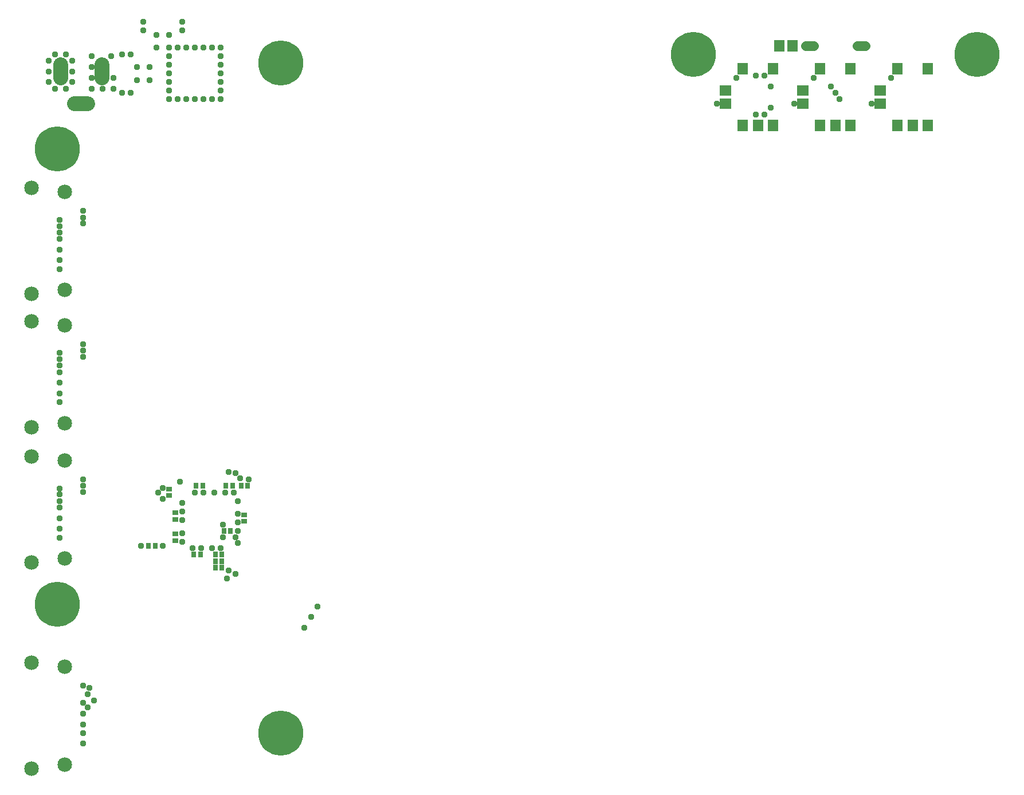
<source format=gbr>
G04 EAGLE Gerber RS-274X export*
G75*
%MOMM*%
%FSLAX34Y34*%
%LPD*%
%INSoldermask Bottom*%
%IPPOS*%
%AMOC8*
5,1,8,0,0,1.08239X$1,22.5*%
G01*
%ADD10R,0.803200X0.903200*%
%ADD11R,0.903200X0.803200*%
%ADD12C,2.203200*%
%ADD13C,2.153200*%
%ADD14R,1.703200X1.503200*%
%ADD15R,1.503200X1.703200*%
%ADD16C,1.422400*%
%ADD17R,1.603200X1.803200*%
%ADD18C,6.654800*%
%ADD19C,0.959600*%


D10*
X280750Y441325D03*
X290750Y441325D03*
D11*
X250825Y401875D03*
X250825Y391875D03*
X250825Y370125D03*
X250825Y360125D03*
D10*
X277575Y339725D03*
X287575Y339725D03*
X309325Y339725D03*
X319325Y339725D03*
X347425Y441325D03*
X357425Y441325D03*
D12*
X142125Y1044100D02*
X142125Y1064100D01*
X81125Y1064100D02*
X81125Y1044100D01*
X101125Y1006100D02*
X121125Y1006100D01*
D13*
X87150Y875775D03*
X87150Y730775D03*
X38150Y724775D03*
X38150Y881775D03*
X87150Y678925D03*
X87150Y533925D03*
X38150Y527925D03*
X38150Y684925D03*
X87150Y478900D03*
X87150Y333900D03*
X38150Y327900D03*
X38150Y484900D03*
X87150Y174100D03*
X87150Y29100D03*
X38150Y23100D03*
X38150Y180100D03*
D10*
X210900Y352425D03*
X220900Y352425D03*
D14*
X1292225Y1025500D03*
X1292225Y1006500D03*
D11*
X241300Y426800D03*
X241300Y436800D03*
D10*
X332025Y374650D03*
X322025Y374650D03*
X325200Y441325D03*
X335200Y441325D03*
X319325Y320675D03*
X309325Y320675D03*
X319325Y330200D03*
X309325Y330200D03*
D15*
X1143025Y1092200D03*
X1162025Y1092200D03*
D14*
X1063625Y1025500D03*
X1063625Y1006500D03*
X1177925Y1025500D03*
X1177925Y1006500D03*
D16*
X1181354Y1092200D02*
X1193546Y1092200D01*
X1257554Y1092200D02*
X1269746Y1092200D01*
D17*
X1362350Y1058000D03*
X1362350Y974000D03*
X1339850Y974000D03*
X1317350Y974000D03*
X1317350Y1058000D03*
X1248050Y1058000D03*
X1248050Y974000D03*
X1225550Y974000D03*
X1203050Y974000D03*
X1203050Y1058000D03*
X1133750Y1058000D03*
X1133750Y974000D03*
X1111250Y974000D03*
X1088750Y974000D03*
X1088750Y1058000D03*
D18*
X406400Y76200D03*
X76200Y266700D03*
X406400Y1066800D03*
X76200Y939800D03*
X1435100Y1079500D03*
X1016000Y1079500D03*
D11*
X352425Y388700D03*
X352425Y398700D03*
D19*
X114300Y450850D03*
X257175Y447675D03*
X114300Y650875D03*
X339725Y460375D03*
X114300Y847725D03*
X342900Y356561D03*
X114300Y146050D03*
X327025Y304800D03*
X114300Y432254D03*
X225425Y431800D03*
X79375Y428625D03*
X231928Y422428D03*
X114300Y632279D03*
X329184Y461772D03*
X79375Y628650D03*
X323850Y431800D03*
X79375Y825500D03*
X342900Y374650D03*
X114300Y829129D03*
X339725Y365125D03*
X130175Y123825D03*
X339725Y311150D03*
X114300Y120650D03*
X328907Y316207D03*
X120650Y133350D03*
X114300Y104775D03*
X114300Y88900D03*
X114300Y76200D03*
X114300Y60325D03*
X79353Y409553D03*
X79375Y393700D03*
X79153Y378047D03*
X79078Y364828D03*
X79375Y437643D03*
X79353Y609578D03*
X79375Y593725D03*
X79153Y578072D03*
X79078Y564853D03*
X79375Y637668D03*
X79353Y806428D03*
X79375Y790575D03*
X79153Y774922D03*
X79078Y761703D03*
X79375Y834518D03*
X203200Y1114425D03*
X203200Y1127125D03*
X222250Y1089025D03*
X222250Y1108075D03*
X212725Y1060450D03*
X193675Y1060450D03*
X184150Y1079500D03*
X171450Y1079500D03*
X1108075Y1047750D03*
X1120775Y1047750D03*
X1130300Y1031875D03*
X63500Y1054100D03*
X63500Y1069975D03*
X73025Y1079500D03*
X88900Y1079500D03*
X98425Y1069975D03*
X98425Y1054100D03*
X98425Y1038225D03*
X88900Y1028700D03*
X73025Y1028700D03*
X63500Y1038225D03*
X292100Y431800D03*
X260350Y390525D03*
X260350Y358775D03*
X288925Y349250D03*
X317500Y349250D03*
X342900Y400050D03*
X260350Y415925D03*
X200025Y352425D03*
X358775Y450850D03*
X241300Y1108075D03*
X266700Y1089025D03*
X279400Y1089025D03*
X292100Y1089025D03*
X304800Y1089025D03*
X317500Y1089025D03*
X317500Y1076325D03*
X317500Y1063625D03*
X317500Y1050925D03*
X317500Y1038225D03*
X317500Y1025525D03*
X317500Y1012825D03*
X304800Y1012825D03*
X292100Y1012825D03*
X279400Y1012825D03*
X266700Y1012825D03*
X254000Y1012825D03*
X241300Y1012825D03*
X241300Y1025525D03*
X241300Y1038225D03*
X241300Y1050925D03*
X241300Y1063625D03*
X241300Y1076325D03*
X260350Y1114425D03*
X260350Y1127125D03*
X254000Y1089025D03*
X241300Y1089025D03*
X1050925Y1006475D03*
X1165225Y1006475D03*
X1279525Y1006475D03*
X1120775Y990600D03*
X1108075Y990600D03*
X1130300Y1000125D03*
X279400Y431800D03*
X260612Y403025D03*
X260350Y371475D03*
X276225Y349250D03*
X304800Y349250D03*
X342900Y387350D03*
X307975Y431800D03*
X342900Y419100D03*
X231775Y352425D03*
X450850Y247650D03*
X1225550Y1022350D03*
X441325Y231775D03*
X1231900Y1012825D03*
X460081Y263231D03*
X1219200Y1031875D03*
X120650Y114300D03*
X79375Y419100D03*
X79375Y619125D03*
X79375Y815975D03*
X1079500Y1044575D03*
X1193800Y1044575D03*
X1308100Y1044575D03*
X123825Y142875D03*
X114300Y441325D03*
X114300Y641350D03*
X114300Y838200D03*
X212725Y1041400D03*
X193675Y1041400D03*
X184150Y1022350D03*
X171450Y1022350D03*
X127000Y1076325D03*
X127000Y1060450D03*
X127000Y1044575D03*
X127000Y1028700D03*
X142875Y1028700D03*
X158750Y1028700D03*
X158750Y1044575D03*
X155575Y1076325D03*
X231775Y438150D03*
X345821Y452628D03*
X336550Y431800D03*
X320675Y384175D03*
X320675Y365125D03*
M02*

</source>
